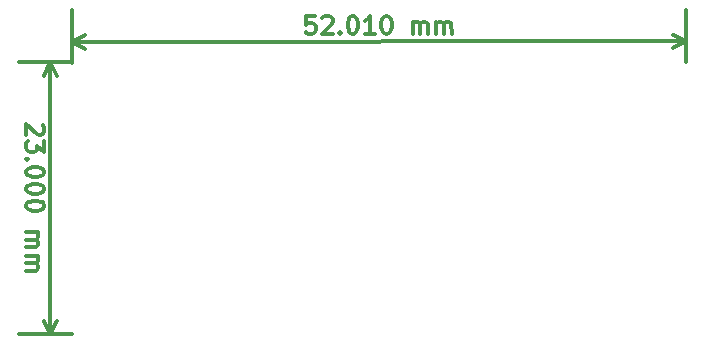
<source format=gbr>
%TF.GenerationSoftware,KiCad,Pcbnew,4.0.7*%
%TF.CreationDate,2018-01-16T14:15:25+08:00*%
%TF.ProjectId,STM32F401CCT6,53544D333246343031434354362E6B69,rev?*%
%TF.FileFunction,Other,ECO1*%
%FSLAX46Y46*%
G04 Gerber Fmt 4.6, Leading zero omitted, Abs format (unit mm)*
G04 Created by KiCad (PCBNEW 4.0.7) date 01/16/18 14:15:25*
%MOMM*%
%LPD*%
G01*
G04 APERTURE LIST*
%ADD10C,0.100000*%
%ADD11C,0.300000*%
G04 APERTURE END LIST*
D10*
D11*
X-2481429Y-5285715D02*
X-2410000Y-5357144D01*
X-2338571Y-5500001D01*
X-2338571Y-5857144D01*
X-2410000Y-6000001D01*
X-2481429Y-6071430D01*
X-2624286Y-6142858D01*
X-2767143Y-6142858D01*
X-2981429Y-6071430D01*
X-3838571Y-5214287D01*
X-3838571Y-6142858D01*
X-2338571Y-6642858D02*
X-2338571Y-7571429D01*
X-2910000Y-7071429D01*
X-2910000Y-7285715D01*
X-2981429Y-7428572D01*
X-3052857Y-7500001D01*
X-3195714Y-7571429D01*
X-3552857Y-7571429D01*
X-3695714Y-7500001D01*
X-3767143Y-7428572D01*
X-3838571Y-7285715D01*
X-3838571Y-6857143D01*
X-3767143Y-6714286D01*
X-3695714Y-6642858D01*
X-3695714Y-8214286D02*
X-3767143Y-8285714D01*
X-3838571Y-8214286D01*
X-3767143Y-8142857D01*
X-3695714Y-8214286D01*
X-3838571Y-8214286D01*
X-2338571Y-9214286D02*
X-2338571Y-9357143D01*
X-2410000Y-9500000D01*
X-2481429Y-9571429D01*
X-2624286Y-9642858D01*
X-2910000Y-9714286D01*
X-3267143Y-9714286D01*
X-3552857Y-9642858D01*
X-3695714Y-9571429D01*
X-3767143Y-9500000D01*
X-3838571Y-9357143D01*
X-3838571Y-9214286D01*
X-3767143Y-9071429D01*
X-3695714Y-9000000D01*
X-3552857Y-8928572D01*
X-3267143Y-8857143D01*
X-2910000Y-8857143D01*
X-2624286Y-8928572D01*
X-2481429Y-9000000D01*
X-2410000Y-9071429D01*
X-2338571Y-9214286D01*
X-2338571Y-10642857D02*
X-2338571Y-10785714D01*
X-2410000Y-10928571D01*
X-2481429Y-11000000D01*
X-2624286Y-11071429D01*
X-2910000Y-11142857D01*
X-3267143Y-11142857D01*
X-3552857Y-11071429D01*
X-3695714Y-11000000D01*
X-3767143Y-10928571D01*
X-3838571Y-10785714D01*
X-3838571Y-10642857D01*
X-3767143Y-10500000D01*
X-3695714Y-10428571D01*
X-3552857Y-10357143D01*
X-3267143Y-10285714D01*
X-2910000Y-10285714D01*
X-2624286Y-10357143D01*
X-2481429Y-10428571D01*
X-2410000Y-10500000D01*
X-2338571Y-10642857D01*
X-2338571Y-12071428D02*
X-2338571Y-12214285D01*
X-2410000Y-12357142D01*
X-2481429Y-12428571D01*
X-2624286Y-12500000D01*
X-2910000Y-12571428D01*
X-3267143Y-12571428D01*
X-3552857Y-12500000D01*
X-3695714Y-12428571D01*
X-3767143Y-12357142D01*
X-3838571Y-12214285D01*
X-3838571Y-12071428D01*
X-3767143Y-11928571D01*
X-3695714Y-11857142D01*
X-3552857Y-11785714D01*
X-3267143Y-11714285D01*
X-2910000Y-11714285D01*
X-2624286Y-11785714D01*
X-2481429Y-11857142D01*
X-2410000Y-11928571D01*
X-2338571Y-12071428D01*
X-3838571Y-14357142D02*
X-2838571Y-14357142D01*
X-2981429Y-14357142D02*
X-2910000Y-14428570D01*
X-2838571Y-14571428D01*
X-2838571Y-14785713D01*
X-2910000Y-14928570D01*
X-3052857Y-14999999D01*
X-3838571Y-14999999D01*
X-3052857Y-14999999D02*
X-2910000Y-15071428D01*
X-2838571Y-15214285D01*
X-2838571Y-15428570D01*
X-2910000Y-15571428D01*
X-3052857Y-15642856D01*
X-3838571Y-15642856D01*
X-3838571Y-16357142D02*
X-2838571Y-16357142D01*
X-2981429Y-16357142D02*
X-2910000Y-16428570D01*
X-2838571Y-16571428D01*
X-2838571Y-16785713D01*
X-2910000Y-16928570D01*
X-3052857Y-16999999D01*
X-3838571Y-16999999D01*
X-3052857Y-16999999D02*
X-2910000Y-17071428D01*
X-2838571Y-17214285D01*
X-2838571Y-17428570D01*
X-2910000Y-17571428D01*
X-3052857Y-17642856D01*
X-3838571Y-17642856D01*
X-1810000Y0D02*
X-1810000Y-23000000D01*
X0Y0D02*
X-4510000Y0D01*
X0Y-23000000D02*
X-4510000Y-23000000D01*
X-1810000Y-23000000D02*
X-2396421Y-21873496D01*
X-1810000Y-23000000D02*
X-1223579Y-21873496D01*
X-1810000Y0D02*
X-2396421Y-1126504D01*
X-1810000Y0D02*
X-1223579Y-1126504D01*
X20573400Y3917202D02*
X19859114Y3916652D01*
X19788234Y3202312D01*
X19859608Y3273795D01*
X20002411Y3345333D01*
X20359553Y3345608D01*
X20502465Y3274289D01*
X20573949Y3202916D01*
X20645487Y3060114D01*
X20645762Y2702971D01*
X20574444Y2560059D01*
X20503070Y2488575D01*
X20360268Y2417037D01*
X20003125Y2416763D01*
X19860213Y2488081D01*
X19788729Y2559455D01*
X21216366Y3774838D02*
X21287740Y3846322D01*
X21430542Y3917861D01*
X21787684Y3918136D01*
X21930596Y3846817D01*
X22002080Y3775442D01*
X22073618Y3632640D01*
X22073728Y3489783D01*
X22002465Y3275443D01*
X21145981Y2417642D01*
X22074552Y2418356D01*
X22717299Y2561707D02*
X22788782Y2490333D01*
X22717409Y2418850D01*
X22645925Y2490223D01*
X22717299Y2561707D01*
X22717409Y2418850D01*
X23716255Y3919619D02*
X23859112Y3919729D01*
X24002024Y3848410D01*
X24073508Y3777036D01*
X24145047Y3634234D01*
X24216694Y3348575D01*
X24216969Y2991432D01*
X24145761Y2705663D01*
X24074442Y2562751D01*
X24003068Y2491267D01*
X23860266Y2419729D01*
X23717409Y2419619D01*
X23574497Y2490937D01*
X23503013Y2562311D01*
X23431475Y2705113D01*
X23359826Y2990772D01*
X23359552Y3347915D01*
X23430761Y3633684D01*
X23502079Y3776596D01*
X23573453Y3848080D01*
X23716255Y3919619D01*
X25645979Y2421103D02*
X24788836Y2420443D01*
X25217408Y2420773D02*
X25216254Y3920772D01*
X25073562Y3706377D01*
X24930814Y3563410D01*
X24788012Y3491871D01*
X26573396Y3921816D02*
X26716253Y3921926D01*
X26859165Y3850607D01*
X26930649Y3779233D01*
X27002188Y3636431D01*
X27073835Y3350772D01*
X27074110Y2993629D01*
X27002902Y2707860D01*
X26931583Y2564948D01*
X26860209Y2493464D01*
X26717407Y2421927D01*
X26574550Y2421817D01*
X26431638Y2493135D01*
X26360154Y2564509D01*
X26288616Y2707311D01*
X26216967Y2992970D01*
X26216693Y3350113D01*
X26287902Y3635882D01*
X26359220Y3778793D01*
X26430594Y3850277D01*
X26573396Y3921816D01*
X28860263Y2423575D02*
X28859494Y3423574D01*
X28859604Y3280716D02*
X28930977Y3352200D01*
X29073780Y3423739D01*
X29288065Y3423904D01*
X29430977Y3352585D01*
X29502516Y3209783D01*
X29503120Y2424069D01*
X29502516Y3209783D02*
X29573835Y3352695D01*
X29716637Y3424233D01*
X29930922Y3424398D01*
X30073835Y3353079D01*
X30145372Y3210277D01*
X30145977Y2424563D01*
X30860262Y2425113D02*
X30859493Y3425112D01*
X30859603Y3282254D02*
X30930976Y3353738D01*
X31073779Y3425277D01*
X31288064Y3425442D01*
X31430976Y3354123D01*
X31502515Y3211321D01*
X31503119Y2425607D01*
X31502515Y3211321D02*
X31573834Y3354233D01*
X31716636Y3425772D01*
X31930921Y3425936D01*
X32073834Y3354617D01*
X32145372Y3211815D01*
X32145976Y2426102D01*
X-1361Y1729948D02*
X52008639Y1769948D01*
X0Y-40000D02*
X-3438Y4429947D01*
X52010000Y0D02*
X52006562Y4469947D01*
X52008639Y1769948D02*
X50882587Y1182661D01*
X52008639Y1769948D02*
X50881685Y2355502D01*
X-1361Y1729948D02*
X1125593Y1144394D01*
X-1361Y1729948D02*
X1124691Y2317235D01*
M02*

</source>
